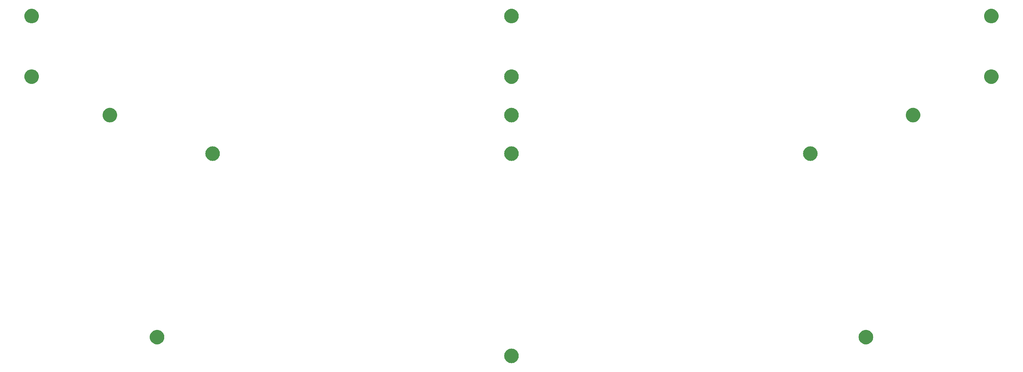
<source format=gbr>
G04 #@! TF.GenerationSoftware,KiCad,Pcbnew,7.0.10*
G04 #@! TF.CreationDate,2024-01-29T15:06:19+01:00*
G04 #@! TF.ProjectId,discipline-pcb,64697363-6970-46c6-996e-652d7063622e,rev?*
G04 #@! TF.SameCoordinates,Original*
G04 #@! TF.FileFunction,Soldermask,Top*
G04 #@! TF.FilePolarity,Negative*
%FSLAX46Y46*%
G04 Gerber Fmt 4.6, Leading zero omitted, Abs format (unit mm)*
G04 Created by KiCad (PCBNEW 7.0.10) date 2024-01-29 15:06:19*
%MOMM*%
%LPD*%
G01*
G04 APERTURE LIST*
G04 APERTURE END LIST*
G36*
X206507159Y-164726368D02*
G01*
X206795947Y-164783811D01*
X207074765Y-164878457D01*
X207338845Y-165008687D01*
X207583667Y-165172272D01*
X207805042Y-165366413D01*
X207999183Y-165587788D01*
X208162768Y-165832610D01*
X208292998Y-166096690D01*
X208387644Y-166375508D01*
X208445087Y-166664296D01*
X208464345Y-166958110D01*
X208445087Y-167251924D01*
X208387644Y-167540712D01*
X208292998Y-167819530D01*
X208162768Y-168083610D01*
X207999183Y-168328432D01*
X207805042Y-168549807D01*
X207583667Y-168743948D01*
X207338845Y-168907533D01*
X207074765Y-169037763D01*
X206795947Y-169132409D01*
X206507159Y-169189852D01*
X206213345Y-169209110D01*
X205919531Y-169189852D01*
X205630743Y-169132409D01*
X205351925Y-169037763D01*
X205087845Y-168907533D01*
X204843023Y-168743948D01*
X204621648Y-168549807D01*
X204427507Y-168328432D01*
X204263922Y-168083610D01*
X204133692Y-167819530D01*
X204039046Y-167540712D01*
X203981603Y-167251924D01*
X203962345Y-166958110D01*
X203981603Y-166664296D01*
X204039046Y-166375508D01*
X204133692Y-166096690D01*
X204263922Y-165832610D01*
X204427507Y-165587788D01*
X204621648Y-165366413D01*
X204843023Y-165172272D01*
X205087845Y-165008687D01*
X205351925Y-164878457D01*
X205630743Y-164783811D01*
X205919531Y-164726368D01*
X206213345Y-164707110D01*
X206507159Y-164726368D01*
G37*
G36*
X96859702Y-158915218D02*
G01*
X97148490Y-158972661D01*
X97427308Y-159067307D01*
X97691388Y-159197537D01*
X97936210Y-159361122D01*
X98157585Y-159555263D01*
X98351726Y-159776638D01*
X98515311Y-160021460D01*
X98645541Y-160285540D01*
X98740187Y-160564358D01*
X98797630Y-160853146D01*
X98816888Y-161146960D01*
X98797630Y-161440774D01*
X98740187Y-161729562D01*
X98645541Y-162008380D01*
X98515311Y-162272460D01*
X98351726Y-162517282D01*
X98157585Y-162738657D01*
X97936210Y-162932798D01*
X97691388Y-163096383D01*
X97427308Y-163226613D01*
X97148490Y-163321259D01*
X96859702Y-163378702D01*
X96565888Y-163397960D01*
X96272074Y-163378702D01*
X95983286Y-163321259D01*
X95704468Y-163226613D01*
X95440388Y-163096383D01*
X95195566Y-162932798D01*
X94974191Y-162738657D01*
X94780050Y-162517282D01*
X94616465Y-162272460D01*
X94486235Y-162008380D01*
X94391589Y-161729562D01*
X94334146Y-161440774D01*
X94314888Y-161146960D01*
X94334146Y-160853146D01*
X94391589Y-160564358D01*
X94486235Y-160285540D01*
X94616465Y-160021460D01*
X94780050Y-159776638D01*
X94974191Y-159555263D01*
X95195566Y-159361122D01*
X95440388Y-159197537D01*
X95704468Y-159067307D01*
X95983286Y-158972661D01*
X96272074Y-158915218D01*
X96565888Y-158895960D01*
X96859702Y-158915218D01*
G37*
G36*
X316154617Y-158915218D02*
G01*
X316443405Y-158972661D01*
X316722223Y-159067307D01*
X316986303Y-159197537D01*
X317231125Y-159361122D01*
X317452500Y-159555263D01*
X317646641Y-159776638D01*
X317810226Y-160021460D01*
X317940456Y-160285540D01*
X318035102Y-160564358D01*
X318092545Y-160853146D01*
X318111803Y-161146960D01*
X318092545Y-161440774D01*
X318035102Y-161729562D01*
X317940456Y-162008380D01*
X317810226Y-162272460D01*
X317646641Y-162517282D01*
X317452500Y-162738657D01*
X317231125Y-162932798D01*
X316986303Y-163096383D01*
X316722223Y-163226613D01*
X316443405Y-163321259D01*
X316154617Y-163378702D01*
X315860803Y-163397960D01*
X315566989Y-163378702D01*
X315278201Y-163321259D01*
X314999383Y-163226613D01*
X314735303Y-163096383D01*
X314490481Y-162932798D01*
X314269106Y-162738657D01*
X314074965Y-162517282D01*
X313911380Y-162272460D01*
X313781150Y-162008380D01*
X313686504Y-161729562D01*
X313629061Y-161440774D01*
X313609803Y-161146960D01*
X313629061Y-160853146D01*
X313686504Y-160564358D01*
X313781150Y-160285540D01*
X313911380Y-160021460D01*
X314074965Y-159776638D01*
X314269106Y-159555263D01*
X314490481Y-159361122D01*
X314735303Y-159197537D01*
X314999383Y-159067307D01*
X315278201Y-158972661D01*
X315566989Y-158915218D01*
X315860803Y-158895960D01*
X316154617Y-158915218D01*
G37*
G36*
X114048537Y-102071252D02*
G01*
X114337325Y-102128695D01*
X114616143Y-102223341D01*
X114880223Y-102353571D01*
X115125045Y-102517156D01*
X115346420Y-102711297D01*
X115540561Y-102932672D01*
X115704146Y-103177494D01*
X115834376Y-103441574D01*
X115929022Y-103720392D01*
X115986465Y-104009180D01*
X116005723Y-104302994D01*
X115986465Y-104596808D01*
X115929022Y-104885596D01*
X115834376Y-105164414D01*
X115704146Y-105428494D01*
X115540561Y-105673316D01*
X115346420Y-105894691D01*
X115125045Y-106088832D01*
X114880223Y-106252417D01*
X114616143Y-106382647D01*
X114337325Y-106477293D01*
X114048537Y-106534736D01*
X113754723Y-106553994D01*
X113460909Y-106534736D01*
X113172121Y-106477293D01*
X112893303Y-106382647D01*
X112629223Y-106252417D01*
X112384401Y-106088832D01*
X112163026Y-105894691D01*
X111968885Y-105673316D01*
X111805300Y-105428494D01*
X111675070Y-105164414D01*
X111580424Y-104885596D01*
X111522981Y-104596808D01*
X111503723Y-104302994D01*
X111522981Y-104009180D01*
X111580424Y-103720392D01*
X111675070Y-103441574D01*
X111805300Y-103177494D01*
X111968885Y-102932672D01*
X112163026Y-102711297D01*
X112384401Y-102517156D01*
X112629223Y-102353571D01*
X112893303Y-102223341D01*
X113172121Y-102128695D01*
X113460909Y-102071252D01*
X113754723Y-102051994D01*
X114048537Y-102071252D01*
G37*
G36*
X206507159Y-102071252D02*
G01*
X206795947Y-102128695D01*
X207074765Y-102223341D01*
X207338845Y-102353571D01*
X207583667Y-102517156D01*
X207805042Y-102711297D01*
X207999183Y-102932672D01*
X208162768Y-103177494D01*
X208292998Y-103441574D01*
X208387644Y-103720392D01*
X208445087Y-104009180D01*
X208464345Y-104302994D01*
X208445087Y-104596808D01*
X208387644Y-104885596D01*
X208292998Y-105164414D01*
X208162768Y-105428494D01*
X207999183Y-105673316D01*
X207805042Y-105894691D01*
X207583667Y-106088832D01*
X207338845Y-106252417D01*
X207074765Y-106382647D01*
X206795947Y-106477293D01*
X206507159Y-106534736D01*
X206213345Y-106553994D01*
X205919531Y-106534736D01*
X205630743Y-106477293D01*
X205351925Y-106382647D01*
X205087845Y-106252417D01*
X204843023Y-106088832D01*
X204621648Y-105894691D01*
X204427507Y-105673316D01*
X204263922Y-105428494D01*
X204133692Y-105164414D01*
X204039046Y-104885596D01*
X203981603Y-104596808D01*
X203962345Y-104302994D01*
X203981603Y-104009180D01*
X204039046Y-103720392D01*
X204133692Y-103441574D01*
X204263922Y-103177494D01*
X204427507Y-102932672D01*
X204621648Y-102711297D01*
X204843023Y-102517156D01*
X205087845Y-102353571D01*
X205351925Y-102223341D01*
X205630743Y-102128695D01*
X205919531Y-102071252D01*
X206213345Y-102051994D01*
X206507159Y-102071252D01*
G37*
G36*
X298965782Y-102071252D02*
G01*
X299254570Y-102128695D01*
X299533388Y-102223341D01*
X299797468Y-102353571D01*
X300042290Y-102517156D01*
X300263665Y-102711297D01*
X300457806Y-102932672D01*
X300621391Y-103177494D01*
X300751621Y-103441574D01*
X300846267Y-103720392D01*
X300903710Y-104009180D01*
X300922968Y-104302994D01*
X300903710Y-104596808D01*
X300846267Y-104885596D01*
X300751621Y-105164414D01*
X300621391Y-105428494D01*
X300457806Y-105673316D01*
X300263665Y-105894691D01*
X300042290Y-106088832D01*
X299797468Y-106252417D01*
X299533388Y-106382647D01*
X299254570Y-106477293D01*
X298965782Y-106534736D01*
X298671968Y-106553994D01*
X298378154Y-106534736D01*
X298089366Y-106477293D01*
X297810548Y-106382647D01*
X297546468Y-106252417D01*
X297301646Y-106088832D01*
X297080271Y-105894691D01*
X296886130Y-105673316D01*
X296722545Y-105428494D01*
X296592315Y-105164414D01*
X296497669Y-104885596D01*
X296440226Y-104596808D01*
X296420968Y-104302994D01*
X296440226Y-104009180D01*
X296497669Y-103720392D01*
X296592315Y-103441574D01*
X296722545Y-103177494D01*
X296886130Y-102932672D01*
X297080271Y-102711297D01*
X297301646Y-102517156D01*
X297546468Y-102353571D01*
X297810548Y-102223341D01*
X298089366Y-102128695D01*
X298378154Y-102071252D01*
X298671968Y-102051994D01*
X298965782Y-102071252D01*
G37*
G36*
X82267136Y-90142130D02*
G01*
X82555924Y-90199573D01*
X82834742Y-90294219D01*
X83098822Y-90424449D01*
X83343644Y-90588034D01*
X83565019Y-90782175D01*
X83759160Y-91003550D01*
X83922745Y-91248372D01*
X84052975Y-91512452D01*
X84147621Y-91791270D01*
X84205064Y-92080058D01*
X84224322Y-92373872D01*
X84205064Y-92667686D01*
X84147621Y-92956474D01*
X84052975Y-93235292D01*
X83922745Y-93499372D01*
X83759160Y-93744194D01*
X83565019Y-93965569D01*
X83343644Y-94159710D01*
X83098822Y-94323295D01*
X82834742Y-94453525D01*
X82555924Y-94548171D01*
X82267136Y-94605614D01*
X81973322Y-94624872D01*
X81679508Y-94605614D01*
X81390720Y-94548171D01*
X81111902Y-94453525D01*
X80847822Y-94323295D01*
X80603000Y-94159710D01*
X80381625Y-93965569D01*
X80187484Y-93744194D01*
X80023899Y-93499372D01*
X79893669Y-93235292D01*
X79799023Y-92956474D01*
X79741580Y-92667686D01*
X79722322Y-92373872D01*
X79741580Y-92080058D01*
X79799023Y-91791270D01*
X79893669Y-91512452D01*
X80023899Y-91248372D01*
X80187484Y-91003550D01*
X80381625Y-90782175D01*
X80603000Y-90588034D01*
X80847822Y-90424449D01*
X81111902Y-90294219D01*
X81390720Y-90199573D01*
X81679508Y-90142130D01*
X81973322Y-90122872D01*
X82267136Y-90142130D01*
G37*
G36*
X206507159Y-90142130D02*
G01*
X206795947Y-90199573D01*
X207074765Y-90294219D01*
X207338845Y-90424449D01*
X207583667Y-90588034D01*
X207805042Y-90782175D01*
X207999183Y-91003550D01*
X208162768Y-91248372D01*
X208292998Y-91512452D01*
X208387644Y-91791270D01*
X208445087Y-92080058D01*
X208464345Y-92373872D01*
X208445087Y-92667686D01*
X208387644Y-92956474D01*
X208292998Y-93235292D01*
X208162768Y-93499372D01*
X207999183Y-93744194D01*
X207805042Y-93965569D01*
X207583667Y-94159710D01*
X207338845Y-94323295D01*
X207074765Y-94453525D01*
X206795947Y-94548171D01*
X206507159Y-94605614D01*
X206213345Y-94624872D01*
X205919531Y-94605614D01*
X205630743Y-94548171D01*
X205351925Y-94453525D01*
X205087845Y-94323295D01*
X204843023Y-94159710D01*
X204621648Y-93965569D01*
X204427507Y-93744194D01*
X204263922Y-93499372D01*
X204133692Y-93235292D01*
X204039046Y-92956474D01*
X203981603Y-92667686D01*
X203962345Y-92373872D01*
X203981603Y-92080058D01*
X204039046Y-91791270D01*
X204133692Y-91512452D01*
X204263922Y-91248372D01*
X204427507Y-91003550D01*
X204621648Y-90782175D01*
X204843023Y-90588034D01*
X205087845Y-90424449D01*
X205351925Y-90294219D01*
X205630743Y-90199573D01*
X205919531Y-90142130D01*
X206213345Y-90122872D01*
X206507159Y-90142130D01*
G37*
G36*
X330747183Y-90142130D02*
G01*
X331035971Y-90199573D01*
X331314789Y-90294219D01*
X331578869Y-90424449D01*
X331823691Y-90588034D01*
X332045066Y-90782175D01*
X332239207Y-91003550D01*
X332402792Y-91248372D01*
X332533022Y-91512452D01*
X332627668Y-91791270D01*
X332685111Y-92080058D01*
X332704369Y-92373872D01*
X332685111Y-92667686D01*
X332627668Y-92956474D01*
X332533022Y-93235292D01*
X332402792Y-93499372D01*
X332239207Y-93744194D01*
X332045066Y-93965569D01*
X331823691Y-94159710D01*
X331578869Y-94323295D01*
X331314789Y-94453525D01*
X331035971Y-94548171D01*
X330747183Y-94605614D01*
X330453369Y-94624872D01*
X330159555Y-94605614D01*
X329870767Y-94548171D01*
X329591949Y-94453525D01*
X329327869Y-94323295D01*
X329083047Y-94159710D01*
X328861672Y-93965569D01*
X328667531Y-93744194D01*
X328503946Y-93499372D01*
X328373716Y-93235292D01*
X328279070Y-92956474D01*
X328221627Y-92667686D01*
X328202369Y-92373872D01*
X328221627Y-92080058D01*
X328279070Y-91791270D01*
X328373716Y-91512452D01*
X328503946Y-91248372D01*
X328667531Y-91003550D01*
X328861672Y-90782175D01*
X329083047Y-90588034D01*
X329327869Y-90424449D01*
X329591949Y-90294219D01*
X329870767Y-90199573D01*
X330159555Y-90142130D01*
X330453369Y-90122872D01*
X330747183Y-90142130D01*
G37*
G36*
X58060196Y-78213008D02*
G01*
X58348984Y-78270451D01*
X58627802Y-78365097D01*
X58891882Y-78495327D01*
X59136704Y-78658912D01*
X59358079Y-78853053D01*
X59552220Y-79074428D01*
X59715805Y-79319250D01*
X59846035Y-79583330D01*
X59940681Y-79862148D01*
X59998124Y-80150936D01*
X60017382Y-80444750D01*
X59998124Y-80738564D01*
X59940681Y-81027352D01*
X59846035Y-81306170D01*
X59715805Y-81570250D01*
X59552220Y-81815072D01*
X59358079Y-82036447D01*
X59136704Y-82230588D01*
X58891882Y-82394173D01*
X58627802Y-82524403D01*
X58348984Y-82619049D01*
X58060196Y-82676492D01*
X57766382Y-82695750D01*
X57472568Y-82676492D01*
X57183780Y-82619049D01*
X56904962Y-82524403D01*
X56640882Y-82394173D01*
X56396060Y-82230588D01*
X56174685Y-82036447D01*
X55980544Y-81815072D01*
X55816959Y-81570250D01*
X55686729Y-81306170D01*
X55592083Y-81027352D01*
X55534640Y-80738564D01*
X55515382Y-80444750D01*
X55534640Y-80150936D01*
X55592083Y-79862148D01*
X55686729Y-79583330D01*
X55816959Y-79319250D01*
X55980544Y-79074428D01*
X56174685Y-78853053D01*
X56396060Y-78658912D01*
X56640882Y-78495327D01*
X56904962Y-78365097D01*
X57183780Y-78270451D01*
X57472568Y-78213008D01*
X57766382Y-78193750D01*
X58060196Y-78213008D01*
G37*
G36*
X206507159Y-78213008D02*
G01*
X206795947Y-78270451D01*
X207074765Y-78365097D01*
X207338845Y-78495327D01*
X207583667Y-78658912D01*
X207805042Y-78853053D01*
X207999183Y-79074428D01*
X208162768Y-79319250D01*
X208292998Y-79583330D01*
X208387644Y-79862148D01*
X208445087Y-80150936D01*
X208464345Y-80444750D01*
X208445087Y-80738564D01*
X208387644Y-81027352D01*
X208292998Y-81306170D01*
X208162768Y-81570250D01*
X207999183Y-81815072D01*
X207805042Y-82036447D01*
X207583667Y-82230588D01*
X207338845Y-82394173D01*
X207074765Y-82524403D01*
X206795947Y-82619049D01*
X206507159Y-82676492D01*
X206213345Y-82695750D01*
X205919531Y-82676492D01*
X205630743Y-82619049D01*
X205351925Y-82524403D01*
X205087845Y-82394173D01*
X204843023Y-82230588D01*
X204621648Y-82036447D01*
X204427507Y-81815072D01*
X204263922Y-81570250D01*
X204133692Y-81306170D01*
X204039046Y-81027352D01*
X203981603Y-80738564D01*
X203962345Y-80444750D01*
X203981603Y-80150936D01*
X204039046Y-79862148D01*
X204133692Y-79583330D01*
X204263922Y-79319250D01*
X204427507Y-79074428D01*
X204621648Y-78853053D01*
X204843023Y-78658912D01*
X205087845Y-78495327D01*
X205351925Y-78365097D01*
X205630743Y-78270451D01*
X205919531Y-78213008D01*
X206213345Y-78193750D01*
X206507159Y-78213008D01*
G37*
G36*
X354954123Y-78213008D02*
G01*
X355242911Y-78270451D01*
X355521729Y-78365097D01*
X355785809Y-78495327D01*
X356030631Y-78658912D01*
X356252006Y-78853053D01*
X356446147Y-79074428D01*
X356609732Y-79319250D01*
X356739962Y-79583330D01*
X356834608Y-79862148D01*
X356892051Y-80150936D01*
X356911309Y-80444750D01*
X356892051Y-80738564D01*
X356834608Y-81027352D01*
X356739962Y-81306170D01*
X356609732Y-81570250D01*
X356446147Y-81815072D01*
X356252006Y-82036447D01*
X356030631Y-82230588D01*
X355785809Y-82394173D01*
X355521729Y-82524403D01*
X355242911Y-82619049D01*
X354954123Y-82676492D01*
X354660309Y-82695750D01*
X354366495Y-82676492D01*
X354077707Y-82619049D01*
X353798889Y-82524403D01*
X353534809Y-82394173D01*
X353289987Y-82230588D01*
X353068612Y-82036447D01*
X352874471Y-81815072D01*
X352710886Y-81570250D01*
X352580656Y-81306170D01*
X352486010Y-81027352D01*
X352428567Y-80738564D01*
X352409309Y-80444750D01*
X352428567Y-80150936D01*
X352486010Y-79862148D01*
X352580656Y-79583330D01*
X352710886Y-79319250D01*
X352874471Y-79074428D01*
X353068612Y-78853053D01*
X353289987Y-78658912D01*
X353534809Y-78495327D01*
X353798889Y-78365097D01*
X354077707Y-78270451D01*
X354366495Y-78213008D01*
X354660309Y-78193750D01*
X354954123Y-78213008D01*
G37*
G36*
X58060196Y-59463008D02*
G01*
X58348984Y-59520451D01*
X58627802Y-59615097D01*
X58891882Y-59745327D01*
X59136704Y-59908912D01*
X59358079Y-60103053D01*
X59552220Y-60324428D01*
X59715805Y-60569250D01*
X59846035Y-60833330D01*
X59940681Y-61112148D01*
X59998124Y-61400936D01*
X60017382Y-61694750D01*
X59998124Y-61988564D01*
X59940681Y-62277352D01*
X59846035Y-62556170D01*
X59715805Y-62820250D01*
X59552220Y-63065072D01*
X59358079Y-63286447D01*
X59136704Y-63480588D01*
X58891882Y-63644173D01*
X58627802Y-63774403D01*
X58348984Y-63869049D01*
X58060196Y-63926492D01*
X57766382Y-63945750D01*
X57472568Y-63926492D01*
X57183780Y-63869049D01*
X56904962Y-63774403D01*
X56640882Y-63644173D01*
X56396060Y-63480588D01*
X56174685Y-63286447D01*
X55980544Y-63065072D01*
X55816959Y-62820250D01*
X55686729Y-62556170D01*
X55592083Y-62277352D01*
X55534640Y-61988564D01*
X55515382Y-61694750D01*
X55534640Y-61400936D01*
X55592083Y-61112148D01*
X55686729Y-60833330D01*
X55816959Y-60569250D01*
X55980544Y-60324428D01*
X56174685Y-60103053D01*
X56396060Y-59908912D01*
X56640882Y-59745327D01*
X56904962Y-59615097D01*
X57183780Y-59520451D01*
X57472568Y-59463008D01*
X57766382Y-59443750D01*
X58060196Y-59463008D01*
G37*
G36*
X206507159Y-59463008D02*
G01*
X206795947Y-59520451D01*
X207074765Y-59615097D01*
X207338845Y-59745327D01*
X207583667Y-59908912D01*
X207805042Y-60103053D01*
X207999183Y-60324428D01*
X208162768Y-60569250D01*
X208292998Y-60833330D01*
X208387644Y-61112148D01*
X208445087Y-61400936D01*
X208464345Y-61694750D01*
X208445087Y-61988564D01*
X208387644Y-62277352D01*
X208292998Y-62556170D01*
X208162768Y-62820250D01*
X207999183Y-63065072D01*
X207805042Y-63286447D01*
X207583667Y-63480588D01*
X207338845Y-63644173D01*
X207074765Y-63774403D01*
X206795947Y-63869049D01*
X206507159Y-63926492D01*
X206213345Y-63945750D01*
X205919531Y-63926492D01*
X205630743Y-63869049D01*
X205351925Y-63774403D01*
X205087845Y-63644173D01*
X204843023Y-63480588D01*
X204621648Y-63286447D01*
X204427507Y-63065072D01*
X204263922Y-62820250D01*
X204133692Y-62556170D01*
X204039046Y-62277352D01*
X203981603Y-61988564D01*
X203962345Y-61694750D01*
X203981603Y-61400936D01*
X204039046Y-61112148D01*
X204133692Y-60833330D01*
X204263922Y-60569250D01*
X204427507Y-60324428D01*
X204621648Y-60103053D01*
X204843023Y-59908912D01*
X205087845Y-59745327D01*
X205351925Y-59615097D01*
X205630743Y-59520451D01*
X205919531Y-59463008D01*
X206213345Y-59443750D01*
X206507159Y-59463008D01*
G37*
G36*
X354954123Y-59463008D02*
G01*
X355242911Y-59520451D01*
X355521729Y-59615097D01*
X355785809Y-59745327D01*
X356030631Y-59908912D01*
X356252006Y-60103053D01*
X356446147Y-60324428D01*
X356609732Y-60569250D01*
X356739962Y-60833330D01*
X356834608Y-61112148D01*
X356892051Y-61400936D01*
X356911309Y-61694750D01*
X356892051Y-61988564D01*
X356834608Y-62277352D01*
X356739962Y-62556170D01*
X356609732Y-62820250D01*
X356446147Y-63065072D01*
X356252006Y-63286447D01*
X356030631Y-63480588D01*
X355785809Y-63644173D01*
X355521729Y-63774403D01*
X355242911Y-63869049D01*
X354954123Y-63926492D01*
X354660309Y-63945750D01*
X354366495Y-63926492D01*
X354077707Y-63869049D01*
X353798889Y-63774403D01*
X353534809Y-63644173D01*
X353289987Y-63480588D01*
X353068612Y-63286447D01*
X352874471Y-63065072D01*
X352710886Y-62820250D01*
X352580656Y-62556170D01*
X352486010Y-62277352D01*
X352428567Y-61988564D01*
X352409309Y-61694750D01*
X352428567Y-61400936D01*
X352486010Y-61112148D01*
X352580656Y-60833330D01*
X352710886Y-60569250D01*
X352874471Y-60324428D01*
X353068612Y-60103053D01*
X353289987Y-59908912D01*
X353534809Y-59745327D01*
X353798889Y-59615097D01*
X354077707Y-59520451D01*
X354366495Y-59463008D01*
X354660309Y-59443750D01*
X354954123Y-59463008D01*
G37*
M02*

</source>
